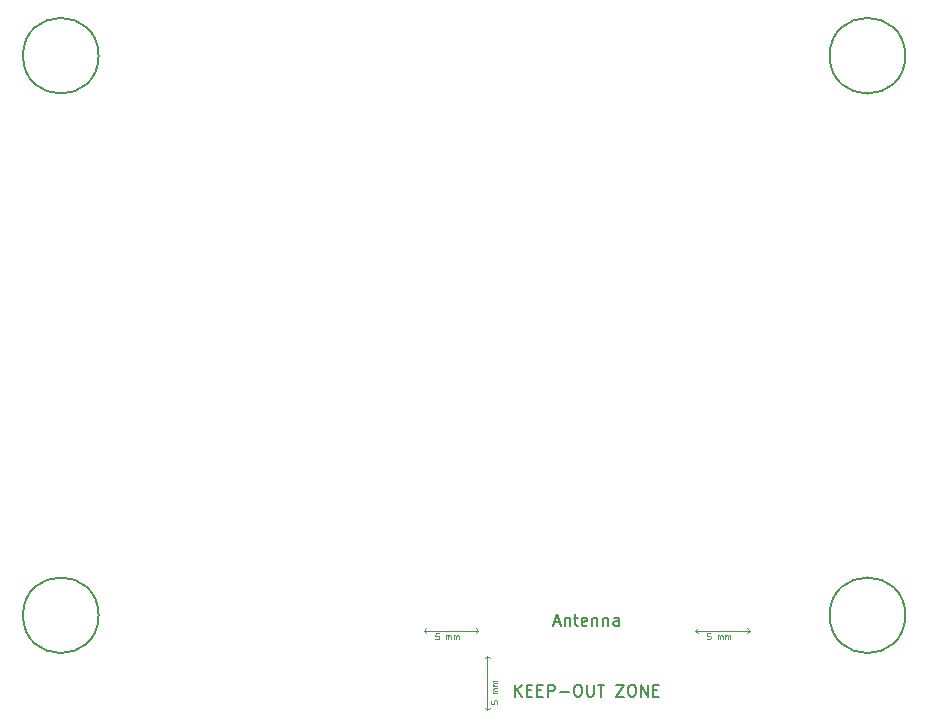
<source format=gbr>
%TF.GenerationSoftware,KiCad,Pcbnew,(6.0.4)*%
%TF.CreationDate,2022-07-19T00:25:02+02:00*%
%TF.ProjectId,Controller_Room,436f6e74-726f-46c6-9c65-725f526f6f6d,rev?*%
%TF.SameCoordinates,Original*%
%TF.FileFunction,Other,Comment*%
%FSLAX46Y46*%
G04 Gerber Fmt 4.6, Leading zero omitted, Abs format (unit mm)*
G04 Created by KiCad (PCBNEW (6.0.4)) date 2022-07-19 00:25:02*
%MOMM*%
%LPD*%
G01*
G04 APERTURE LIST*
%ADD10C,0.100000*%
%ADD11C,0.150000*%
G04 APERTURE END LIST*
D10*
%TO.C,U1*%
X170726190Y-136038095D02*
X170726190Y-136276190D01*
X170964285Y-136300000D01*
X170940476Y-136276190D01*
X170916666Y-136228571D01*
X170916666Y-136109523D01*
X170940476Y-136061904D01*
X170964285Y-136038095D01*
X171011904Y-136014285D01*
X171130952Y-136014285D01*
X171178571Y-136038095D01*
X171202380Y-136061904D01*
X171226190Y-136109523D01*
X171226190Y-136228571D01*
X171202380Y-136276190D01*
X171178571Y-136300000D01*
X171226190Y-135419047D02*
X170892857Y-135419047D01*
X170940476Y-135419047D02*
X170916666Y-135395238D01*
X170892857Y-135347619D01*
X170892857Y-135276190D01*
X170916666Y-135228571D01*
X170964285Y-135204761D01*
X171226190Y-135204761D01*
X170964285Y-135204761D02*
X170916666Y-135180952D01*
X170892857Y-135133333D01*
X170892857Y-135061904D01*
X170916666Y-135014285D01*
X170964285Y-134990476D01*
X171226190Y-134990476D01*
X171226190Y-134752380D02*
X170892857Y-134752380D01*
X170940476Y-134752380D02*
X170916666Y-134728571D01*
X170892857Y-134680952D01*
X170892857Y-134609523D01*
X170916666Y-134561904D01*
X170964285Y-134538095D01*
X171226190Y-134538095D01*
X170964285Y-134538095D02*
X170916666Y-134514285D01*
X170892857Y-134466666D01*
X170892857Y-134395238D01*
X170916666Y-134347619D01*
X170964285Y-134323809D01*
X171226190Y-134323809D01*
X189261904Y-130326190D02*
X189023809Y-130326190D01*
X189000000Y-130564285D01*
X189023809Y-130540476D01*
X189071428Y-130516666D01*
X189190476Y-130516666D01*
X189238095Y-130540476D01*
X189261904Y-130564285D01*
X189285714Y-130611904D01*
X189285714Y-130730952D01*
X189261904Y-130778571D01*
X189238095Y-130802380D01*
X189190476Y-130826190D01*
X189071428Y-130826190D01*
X189023809Y-130802380D01*
X189000000Y-130778571D01*
X189880952Y-130826190D02*
X189880952Y-130492857D01*
X189880952Y-130540476D02*
X189904761Y-130516666D01*
X189952380Y-130492857D01*
X190023809Y-130492857D01*
X190071428Y-130516666D01*
X190095238Y-130564285D01*
X190095238Y-130826190D01*
X190095238Y-130564285D02*
X190119047Y-130516666D01*
X190166666Y-130492857D01*
X190238095Y-130492857D01*
X190285714Y-130516666D01*
X190309523Y-130564285D01*
X190309523Y-130826190D01*
X190547619Y-130826190D02*
X190547619Y-130492857D01*
X190547619Y-130540476D02*
X190571428Y-130516666D01*
X190619047Y-130492857D01*
X190690476Y-130492857D01*
X190738095Y-130516666D01*
X190761904Y-130564285D01*
X190761904Y-130826190D01*
X190761904Y-130564285D02*
X190785714Y-130516666D01*
X190833333Y-130492857D01*
X190904761Y-130492857D01*
X190952380Y-130516666D01*
X190976190Y-130564285D01*
X190976190Y-130826190D01*
D11*
X172728571Y-135677380D02*
X172728571Y-134677380D01*
X173300000Y-135677380D02*
X172871428Y-135105952D01*
X173300000Y-134677380D02*
X172728571Y-135248809D01*
X173728571Y-135153571D02*
X174061904Y-135153571D01*
X174204761Y-135677380D02*
X173728571Y-135677380D01*
X173728571Y-134677380D01*
X174204761Y-134677380D01*
X174633333Y-135153571D02*
X174966666Y-135153571D01*
X175109523Y-135677380D02*
X174633333Y-135677380D01*
X174633333Y-134677380D01*
X175109523Y-134677380D01*
X175538095Y-135677380D02*
X175538095Y-134677380D01*
X175919047Y-134677380D01*
X176014285Y-134725000D01*
X176061904Y-134772619D01*
X176109523Y-134867857D01*
X176109523Y-135010714D01*
X176061904Y-135105952D01*
X176014285Y-135153571D01*
X175919047Y-135201190D01*
X175538095Y-135201190D01*
X176538095Y-135296428D02*
X177300000Y-135296428D01*
X177966666Y-134677380D02*
X178157142Y-134677380D01*
X178252380Y-134725000D01*
X178347619Y-134820238D01*
X178395238Y-135010714D01*
X178395238Y-135344047D01*
X178347619Y-135534523D01*
X178252380Y-135629761D01*
X178157142Y-135677380D01*
X177966666Y-135677380D01*
X177871428Y-135629761D01*
X177776190Y-135534523D01*
X177728571Y-135344047D01*
X177728571Y-135010714D01*
X177776190Y-134820238D01*
X177871428Y-134725000D01*
X177966666Y-134677380D01*
X178823809Y-134677380D02*
X178823809Y-135486904D01*
X178871428Y-135582142D01*
X178919047Y-135629761D01*
X179014285Y-135677380D01*
X179204761Y-135677380D01*
X179300000Y-135629761D01*
X179347619Y-135582142D01*
X179395238Y-135486904D01*
X179395238Y-134677380D01*
X179728571Y-134677380D02*
X180300000Y-134677380D01*
X180014285Y-135677380D02*
X180014285Y-134677380D01*
X181300000Y-134677380D02*
X181966666Y-134677380D01*
X181300000Y-135677380D01*
X181966666Y-135677380D01*
X182538095Y-134677380D02*
X182728571Y-134677380D01*
X182823809Y-134725000D01*
X182919047Y-134820238D01*
X182966666Y-135010714D01*
X182966666Y-135344047D01*
X182919047Y-135534523D01*
X182823809Y-135629761D01*
X182728571Y-135677380D01*
X182538095Y-135677380D01*
X182442857Y-135629761D01*
X182347619Y-135534523D01*
X182300000Y-135344047D01*
X182300000Y-135010714D01*
X182347619Y-134820238D01*
X182442857Y-134725000D01*
X182538095Y-134677380D01*
X183395238Y-135677380D02*
X183395238Y-134677380D01*
X183966666Y-135677380D01*
X183966666Y-134677380D01*
X184442857Y-135153571D02*
X184776190Y-135153571D01*
X184919047Y-135677380D02*
X184442857Y-135677380D01*
X184442857Y-134677380D01*
X184919047Y-134677380D01*
X176038095Y-129391666D02*
X176514285Y-129391666D01*
X175942857Y-129677380D02*
X176276190Y-128677380D01*
X176609523Y-129677380D01*
X176942857Y-129010714D02*
X176942857Y-129677380D01*
X176942857Y-129105952D02*
X176990476Y-129058333D01*
X177085714Y-129010714D01*
X177228571Y-129010714D01*
X177323809Y-129058333D01*
X177371428Y-129153571D01*
X177371428Y-129677380D01*
X177704761Y-129010714D02*
X178085714Y-129010714D01*
X177847619Y-128677380D02*
X177847619Y-129534523D01*
X177895238Y-129629761D01*
X177990476Y-129677380D01*
X178085714Y-129677380D01*
X178800000Y-129629761D02*
X178704761Y-129677380D01*
X178514285Y-129677380D01*
X178419047Y-129629761D01*
X178371428Y-129534523D01*
X178371428Y-129153571D01*
X178419047Y-129058333D01*
X178514285Y-129010714D01*
X178704761Y-129010714D01*
X178800000Y-129058333D01*
X178847619Y-129153571D01*
X178847619Y-129248809D01*
X178371428Y-129344047D01*
X179276190Y-129010714D02*
X179276190Y-129677380D01*
X179276190Y-129105952D02*
X179323809Y-129058333D01*
X179419047Y-129010714D01*
X179561904Y-129010714D01*
X179657142Y-129058333D01*
X179704761Y-129153571D01*
X179704761Y-129677380D01*
X180180952Y-129010714D02*
X180180952Y-129677380D01*
X180180952Y-129105952D02*
X180228571Y-129058333D01*
X180323809Y-129010714D01*
X180466666Y-129010714D01*
X180561904Y-129058333D01*
X180609523Y-129153571D01*
X180609523Y-129677380D01*
X181514285Y-129677380D02*
X181514285Y-129153571D01*
X181466666Y-129058333D01*
X181371428Y-129010714D01*
X181180952Y-129010714D01*
X181085714Y-129058333D01*
X181514285Y-129629761D02*
X181419047Y-129677380D01*
X181180952Y-129677380D01*
X181085714Y-129629761D01*
X181038095Y-129534523D01*
X181038095Y-129439285D01*
X181085714Y-129344047D01*
X181180952Y-129296428D01*
X181419047Y-129296428D01*
X181514285Y-129248809D01*
D10*
X166261904Y-130326190D02*
X166023809Y-130326190D01*
X166000000Y-130564285D01*
X166023809Y-130540476D01*
X166071428Y-130516666D01*
X166190476Y-130516666D01*
X166238095Y-130540476D01*
X166261904Y-130564285D01*
X166285714Y-130611904D01*
X166285714Y-130730952D01*
X166261904Y-130778571D01*
X166238095Y-130802380D01*
X166190476Y-130826190D01*
X166071428Y-130826190D01*
X166023809Y-130802380D01*
X166000000Y-130778571D01*
X166880952Y-130826190D02*
X166880952Y-130492857D01*
X166880952Y-130540476D02*
X166904761Y-130516666D01*
X166952380Y-130492857D01*
X167023809Y-130492857D01*
X167071428Y-130516666D01*
X167095238Y-130564285D01*
X167095238Y-130826190D01*
X167095238Y-130564285D02*
X167119047Y-130516666D01*
X167166666Y-130492857D01*
X167238095Y-130492857D01*
X167285714Y-130516666D01*
X167309523Y-130564285D01*
X167309523Y-130826190D01*
X167547619Y-130826190D02*
X167547619Y-130492857D01*
X167547619Y-130540476D02*
X167571428Y-130516666D01*
X167619047Y-130492857D01*
X167690476Y-130492857D01*
X167738095Y-130516666D01*
X167761904Y-130564285D01*
X167761904Y-130826190D01*
X167761904Y-130564285D02*
X167785714Y-130516666D01*
X167833333Y-130492857D01*
X167904761Y-130492857D01*
X167952380Y-130516666D01*
X167976190Y-130564285D01*
X167976190Y-130826190D01*
D11*
%TO.C,H1*%
X137475000Y-81425000D02*
G75*
G03*
X137475000Y-81425000I-3200000J0D01*
G01*
%TO.C,H4*%
X205775000Y-128800000D02*
G75*
G03*
X205775000Y-128800000I-3200000J0D01*
G01*
%TO.C,H3*%
X137475000Y-128800000D02*
G75*
G03*
X137475000Y-128800000I-3200000J0D01*
G01*
%TO.C,H2*%
X205775000Y-81425000D02*
G75*
G03*
X205775000Y-81425000I-3200000J0D01*
G01*
D10*
%TO.C,U1*%
X170400000Y-132225000D02*
X170400000Y-136825000D01*
X169600000Y-130100000D02*
X169400000Y-130300000D01*
X169600000Y-130100000D02*
X169400000Y-129900000D01*
X192600000Y-130100000D02*
X192400000Y-130300000D01*
X192600000Y-130100000D02*
X188000000Y-130100000D01*
X170400000Y-132225000D02*
X170200000Y-132425000D01*
X170400000Y-132225000D02*
X170600000Y-132425000D01*
X188000000Y-130100000D02*
X188200000Y-129900000D01*
X165000000Y-130100000D02*
X165200000Y-130300000D01*
X188000000Y-130100000D02*
X188200000Y-130300000D01*
X165000000Y-130100000D02*
X165200000Y-129900000D01*
X192600000Y-130100000D02*
X192400000Y-129900000D01*
X169600000Y-130100000D02*
X165000000Y-130100000D01*
X170400000Y-136825000D02*
X170600000Y-136625000D01*
X170400000Y-136825000D02*
X170200000Y-136625000D01*
%TD*%
M02*

</source>
